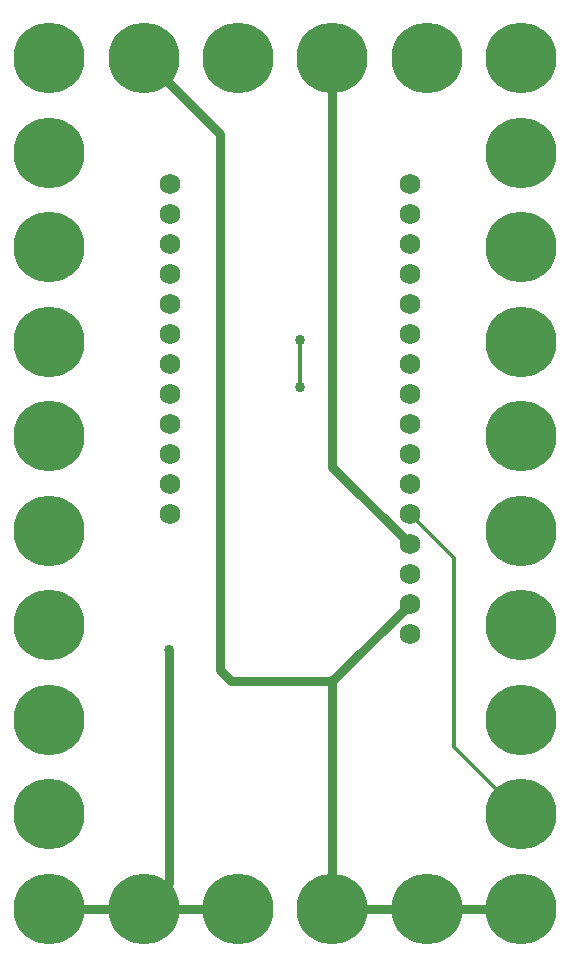
<source format=gbl>
%TF.GenerationSoftware,KiCad,Pcbnew,4.0.7-e2-6376~58~ubuntu16.04.1*%
%TF.CreationDate,2018-02-08T08:24:49-08:00*%
%TF.ProjectId,6x10-Feather-Huzzah-ESP8266,367831302D466561746865722D48757A,1.0*%
%TF.FileFunction,Copper,L2,Bot,Signal*%
%FSLAX46Y46*%
G04 Gerber Fmt 4.6, Leading zero omitted, Abs format (unit mm)*
G04 Created by KiCad (PCBNEW 4.0.7-e2-6376~58~ubuntu16.04.1) date Thu Feb  8 08:24:49 2018*
%MOMM*%
%LPD*%
G01*
G04 APERTURE LIST*
%ADD10C,0.350000*%
%ADD11C,1.727200*%
%ADD12C,6.000000*%
%ADD13C,0.863600*%
%ADD14C,0.762000*%
%ADD15C,0.330200*%
%ADD16C,0.350000*%
G04 APERTURE END LIST*
D10*
D11*
X93291000Y-82044400D03*
X93291000Y-79504400D03*
X93291000Y-76964400D03*
X93291000Y-71884400D03*
X93291000Y-69344400D03*
X93291000Y-66804400D03*
X93291000Y-64264400D03*
X93291000Y-61724400D03*
X93291000Y-59184400D03*
X93291000Y-56644400D03*
X93291000Y-54104400D03*
X93291000Y-51564400D03*
X93291000Y-49024400D03*
X93291000Y-46484400D03*
X72971000Y-46484400D03*
X72971000Y-54104400D03*
X72971000Y-59184400D03*
X72971000Y-56644400D03*
X72971000Y-69344400D03*
X72971000Y-66804400D03*
X72971000Y-64264400D03*
X72971000Y-61724400D03*
X72971000Y-71884400D03*
X72971000Y-49024400D03*
X72971000Y-51564400D03*
D12*
X62743000Y-73307400D03*
X62744000Y-81307400D03*
X62744000Y-97307400D03*
X62744000Y-65307400D03*
X62744000Y-89307400D03*
X62743000Y-57307400D03*
X62743000Y-49307400D03*
X62744000Y-105307400D03*
X70743000Y-105307400D03*
X78743000Y-105307400D03*
X94743000Y-105307400D03*
X78743000Y-33307400D03*
X86743000Y-33307400D03*
X62744000Y-33307400D03*
X70743000Y-33307400D03*
X102743000Y-33307400D03*
X102743000Y-49307400D03*
X102743000Y-57307400D03*
X102743000Y-65307400D03*
X102743000Y-73307400D03*
X102743000Y-81307400D03*
X102743000Y-89307400D03*
X102743000Y-97307400D03*
X102743000Y-105307400D03*
D11*
X72971000Y-43944400D03*
X93291000Y-43944400D03*
D12*
X62743000Y-41307400D03*
X102743000Y-41307400D03*
D11*
X93291000Y-74485900D03*
D12*
X86743000Y-105307400D03*
X94743000Y-33307400D03*
D13*
X86743000Y-86052400D03*
X83997800Y-57150000D03*
X83997800Y-61137800D03*
X72898000Y-83388200D03*
D14*
X86743000Y-86052400D02*
X78127600Y-86052400D01*
X78127600Y-86052400D02*
X77190600Y-85115400D01*
X77190600Y-85115400D02*
X77190600Y-39755000D01*
X77190600Y-39755000D02*
X70743000Y-33307400D01*
X93291000Y-79504400D02*
X86743000Y-86052400D01*
X86743000Y-86052400D02*
X86743000Y-105307400D01*
X102743000Y-105307400D02*
X94743000Y-105307400D01*
X86743000Y-105307400D02*
X94743000Y-105307400D01*
D15*
X83997800Y-61137800D02*
X83997800Y-57150000D01*
D14*
X86743000Y-33307400D02*
X86743000Y-67937900D01*
X86743000Y-67937900D02*
X93291000Y-74485900D01*
X70743000Y-105307400D02*
X78743000Y-105307400D01*
X62744000Y-105307400D02*
X66986640Y-105307400D01*
X66986640Y-105307400D02*
X70743000Y-105307400D01*
X72898000Y-83388200D02*
X72898000Y-103152400D01*
X72898000Y-103152400D02*
X70743000Y-105307400D01*
D15*
X97053400Y-91617800D02*
X97053400Y-75646800D01*
X97053400Y-75646800D02*
X93291000Y-71884400D01*
X102743000Y-97307400D02*
X97053400Y-91617800D01*
D16*
X86743000Y-86052400D03*
X83997800Y-57150000D03*
X83997800Y-61137800D03*
X72898000Y-83388200D03*
X93291000Y-82044400D03*
X93291000Y-79504400D03*
X93291000Y-76964400D03*
X93291000Y-71884400D03*
X93291000Y-69344400D03*
X93291000Y-66804400D03*
X93291000Y-64264400D03*
X93291000Y-61724400D03*
X93291000Y-59184400D03*
X93291000Y-56644400D03*
X93291000Y-54104400D03*
X93291000Y-51564400D03*
X93291000Y-49024400D03*
X93291000Y-46484400D03*
X72971000Y-46484400D03*
X72971000Y-54104400D03*
X72971000Y-59184400D03*
X72971000Y-56644400D03*
X72971000Y-69344400D03*
X72971000Y-66804400D03*
X72971000Y-64264400D03*
X72971000Y-61724400D03*
X72971000Y-71884400D03*
X72971000Y-49024400D03*
X72971000Y-51564400D03*
X62743000Y-73307400D03*
X62744000Y-81307400D03*
X62744000Y-97307400D03*
X62744000Y-65307400D03*
X62744000Y-89307400D03*
X62743000Y-57307400D03*
X62743000Y-49307400D03*
X62744000Y-105307400D03*
X70743000Y-105307400D03*
X78743000Y-105307400D03*
X94743000Y-105307400D03*
X78743000Y-33307400D03*
X86743000Y-33307400D03*
X62744000Y-33307400D03*
X70743000Y-33307400D03*
X102743000Y-33307400D03*
X102743000Y-49307400D03*
X102743000Y-57307400D03*
X102743000Y-65307400D03*
X102743000Y-73307400D03*
X102743000Y-81307400D03*
X102743000Y-89307400D03*
X102743000Y-97307400D03*
X102743000Y-105307400D03*
X72971000Y-43944400D03*
X93291000Y-43944400D03*
X62743000Y-41307400D03*
X102743000Y-41307400D03*
X93291000Y-74485900D03*
X86743000Y-105307400D03*
X94743000Y-33307400D03*
M02*

</source>
